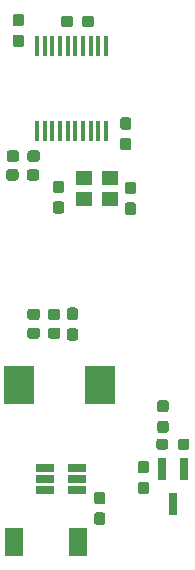
<source format=gbp>
G04 #@! TF.GenerationSoftware,KiCad,Pcbnew,(5.1.4)-1*
G04 #@! TF.CreationDate,2021-02-22T09:31:14+01:00*
G04 #@! TF.ProjectId,rgb_lcd_pihat,7267625f-6c63-4645-9f70-696861742e6b,rev?*
G04 #@! TF.SameCoordinates,Original*
G04 #@! TF.FileFunction,Paste,Bot*
G04 #@! TF.FilePolarity,Positive*
%FSLAX46Y46*%
G04 Gerber Fmt 4.6, Leading zero omitted, Abs format (unit mm)*
G04 Created by KiCad (PCBNEW (5.1.4)-1) date 2021-02-22 09:31:14*
%MOMM*%
%LPD*%
G04 APERTURE LIST*
%ADD10C,0.100000*%
%ADD11C,0.950000*%
%ADD12R,0.800000X1.900000*%
%ADD13R,1.400000X1.200000*%
%ADD14R,1.500000X2.400000*%
%ADD15R,0.450000X1.750000*%
%ADD16R,1.560000X0.650000*%
%ADD17R,2.500000X3.300000*%
G04 APERTURE END LIST*
D10*
G36*
X63010779Y-76601144D02*
G01*
X63033834Y-76604563D01*
X63056443Y-76610227D01*
X63078387Y-76618079D01*
X63099457Y-76628044D01*
X63119448Y-76640026D01*
X63138168Y-76653910D01*
X63155438Y-76669562D01*
X63171090Y-76686832D01*
X63184974Y-76705552D01*
X63196956Y-76725543D01*
X63206921Y-76746613D01*
X63214773Y-76768557D01*
X63220437Y-76791166D01*
X63223856Y-76814221D01*
X63225000Y-76837500D01*
X63225000Y-77412500D01*
X63223856Y-77435779D01*
X63220437Y-77458834D01*
X63214773Y-77481443D01*
X63206921Y-77503387D01*
X63196956Y-77524457D01*
X63184974Y-77544448D01*
X63171090Y-77563168D01*
X63155438Y-77580438D01*
X63138168Y-77596090D01*
X63119448Y-77609974D01*
X63099457Y-77621956D01*
X63078387Y-77631921D01*
X63056443Y-77639773D01*
X63033834Y-77645437D01*
X63010779Y-77648856D01*
X62987500Y-77650000D01*
X62512500Y-77650000D01*
X62489221Y-77648856D01*
X62466166Y-77645437D01*
X62443557Y-77639773D01*
X62421613Y-77631921D01*
X62400543Y-77621956D01*
X62380552Y-77609974D01*
X62361832Y-77596090D01*
X62344562Y-77580438D01*
X62328910Y-77563168D01*
X62315026Y-77544448D01*
X62303044Y-77524457D01*
X62293079Y-77503387D01*
X62285227Y-77481443D01*
X62279563Y-77458834D01*
X62276144Y-77435779D01*
X62275000Y-77412500D01*
X62275000Y-76837500D01*
X62276144Y-76814221D01*
X62279563Y-76791166D01*
X62285227Y-76768557D01*
X62293079Y-76746613D01*
X62303044Y-76725543D01*
X62315026Y-76705552D01*
X62328910Y-76686832D01*
X62344562Y-76669562D01*
X62361832Y-76653910D01*
X62380552Y-76640026D01*
X62400543Y-76628044D01*
X62421613Y-76618079D01*
X62443557Y-76610227D01*
X62466166Y-76604563D01*
X62489221Y-76601144D01*
X62512500Y-76600000D01*
X62987500Y-76600000D01*
X63010779Y-76601144D01*
X63010779Y-76601144D01*
G37*
D11*
X62750000Y-77125000D03*
D10*
G36*
X63010779Y-74851144D02*
G01*
X63033834Y-74854563D01*
X63056443Y-74860227D01*
X63078387Y-74868079D01*
X63099457Y-74878044D01*
X63119448Y-74890026D01*
X63138168Y-74903910D01*
X63155438Y-74919562D01*
X63171090Y-74936832D01*
X63184974Y-74955552D01*
X63196956Y-74975543D01*
X63206921Y-74996613D01*
X63214773Y-75018557D01*
X63220437Y-75041166D01*
X63223856Y-75064221D01*
X63225000Y-75087500D01*
X63225000Y-75662500D01*
X63223856Y-75685779D01*
X63220437Y-75708834D01*
X63214773Y-75731443D01*
X63206921Y-75753387D01*
X63196956Y-75774457D01*
X63184974Y-75794448D01*
X63171090Y-75813168D01*
X63155438Y-75830438D01*
X63138168Y-75846090D01*
X63119448Y-75859974D01*
X63099457Y-75871956D01*
X63078387Y-75881921D01*
X63056443Y-75889773D01*
X63033834Y-75895437D01*
X63010779Y-75898856D01*
X62987500Y-75900000D01*
X62512500Y-75900000D01*
X62489221Y-75898856D01*
X62466166Y-75895437D01*
X62443557Y-75889773D01*
X62421613Y-75881921D01*
X62400543Y-75871956D01*
X62380552Y-75859974D01*
X62361832Y-75846090D01*
X62344562Y-75830438D01*
X62328910Y-75813168D01*
X62315026Y-75794448D01*
X62303044Y-75774457D01*
X62293079Y-75753387D01*
X62285227Y-75731443D01*
X62279563Y-75708834D01*
X62276144Y-75685779D01*
X62275000Y-75662500D01*
X62275000Y-75087500D01*
X62276144Y-75064221D01*
X62279563Y-75041166D01*
X62285227Y-75018557D01*
X62293079Y-74996613D01*
X62303044Y-74975543D01*
X62315026Y-74955552D01*
X62328910Y-74936832D01*
X62344562Y-74919562D01*
X62361832Y-74903910D01*
X62380552Y-74890026D01*
X62400543Y-74878044D01*
X62421613Y-74868079D01*
X62443557Y-74860227D01*
X62466166Y-74854563D01*
X62489221Y-74851144D01*
X62512500Y-74850000D01*
X62987500Y-74850000D01*
X63010779Y-74851144D01*
X63010779Y-74851144D01*
G37*
D11*
X62750000Y-75375000D03*
D10*
G36*
X64785779Y-78126144D02*
G01*
X64808834Y-78129563D01*
X64831443Y-78135227D01*
X64853387Y-78143079D01*
X64874457Y-78153044D01*
X64894448Y-78165026D01*
X64913168Y-78178910D01*
X64930438Y-78194562D01*
X64946090Y-78211832D01*
X64959974Y-78230552D01*
X64971956Y-78250543D01*
X64981921Y-78271613D01*
X64989773Y-78293557D01*
X64995437Y-78316166D01*
X64998856Y-78339221D01*
X65000000Y-78362500D01*
X65000000Y-78837500D01*
X64998856Y-78860779D01*
X64995437Y-78883834D01*
X64989773Y-78906443D01*
X64981921Y-78928387D01*
X64971956Y-78949457D01*
X64959974Y-78969448D01*
X64946090Y-78988168D01*
X64930438Y-79005438D01*
X64913168Y-79021090D01*
X64894448Y-79034974D01*
X64874457Y-79046956D01*
X64853387Y-79056921D01*
X64831443Y-79064773D01*
X64808834Y-79070437D01*
X64785779Y-79073856D01*
X64762500Y-79075000D01*
X64262500Y-79075000D01*
X64239221Y-79073856D01*
X64216166Y-79070437D01*
X64193557Y-79064773D01*
X64171613Y-79056921D01*
X64150543Y-79046956D01*
X64130552Y-79034974D01*
X64111832Y-79021090D01*
X64094562Y-79005438D01*
X64078910Y-78988168D01*
X64065026Y-78969448D01*
X64053044Y-78949457D01*
X64043079Y-78928387D01*
X64035227Y-78906443D01*
X64029563Y-78883834D01*
X64026144Y-78860779D01*
X64025000Y-78837500D01*
X64025000Y-78362500D01*
X64026144Y-78339221D01*
X64029563Y-78316166D01*
X64035227Y-78293557D01*
X64043079Y-78271613D01*
X64053044Y-78250543D01*
X64065026Y-78230552D01*
X64078910Y-78211832D01*
X64094562Y-78194562D01*
X64111832Y-78178910D01*
X64130552Y-78165026D01*
X64150543Y-78153044D01*
X64171613Y-78143079D01*
X64193557Y-78135227D01*
X64216166Y-78129563D01*
X64239221Y-78126144D01*
X64262500Y-78125000D01*
X64762500Y-78125000D01*
X64785779Y-78126144D01*
X64785779Y-78126144D01*
G37*
D11*
X64512500Y-78600000D03*
D10*
G36*
X62960779Y-78126144D02*
G01*
X62983834Y-78129563D01*
X63006443Y-78135227D01*
X63028387Y-78143079D01*
X63049457Y-78153044D01*
X63069448Y-78165026D01*
X63088168Y-78178910D01*
X63105438Y-78194562D01*
X63121090Y-78211832D01*
X63134974Y-78230552D01*
X63146956Y-78250543D01*
X63156921Y-78271613D01*
X63164773Y-78293557D01*
X63170437Y-78316166D01*
X63173856Y-78339221D01*
X63175000Y-78362500D01*
X63175000Y-78837500D01*
X63173856Y-78860779D01*
X63170437Y-78883834D01*
X63164773Y-78906443D01*
X63156921Y-78928387D01*
X63146956Y-78949457D01*
X63134974Y-78969448D01*
X63121090Y-78988168D01*
X63105438Y-79005438D01*
X63088168Y-79021090D01*
X63069448Y-79034974D01*
X63049457Y-79046956D01*
X63028387Y-79056921D01*
X63006443Y-79064773D01*
X62983834Y-79070437D01*
X62960779Y-79073856D01*
X62937500Y-79075000D01*
X62437500Y-79075000D01*
X62414221Y-79073856D01*
X62391166Y-79070437D01*
X62368557Y-79064773D01*
X62346613Y-79056921D01*
X62325543Y-79046956D01*
X62305552Y-79034974D01*
X62286832Y-79021090D01*
X62269562Y-79005438D01*
X62253910Y-78988168D01*
X62240026Y-78969448D01*
X62228044Y-78949457D01*
X62218079Y-78928387D01*
X62210227Y-78906443D01*
X62204563Y-78883834D01*
X62201144Y-78860779D01*
X62200000Y-78837500D01*
X62200000Y-78362500D01*
X62201144Y-78339221D01*
X62204563Y-78316166D01*
X62210227Y-78293557D01*
X62218079Y-78271613D01*
X62228044Y-78250543D01*
X62240026Y-78230552D01*
X62253910Y-78211832D01*
X62269562Y-78194562D01*
X62286832Y-78178910D01*
X62305552Y-78165026D01*
X62325543Y-78153044D01*
X62346613Y-78143079D01*
X62368557Y-78135227D01*
X62391166Y-78129563D01*
X62414221Y-78126144D01*
X62437500Y-78125000D01*
X62937500Y-78125000D01*
X62960779Y-78126144D01*
X62960779Y-78126144D01*
G37*
D11*
X62687500Y-78600000D03*
D12*
X63600000Y-83700000D03*
X64550000Y-80700000D03*
X62650000Y-80700000D03*
D10*
G36*
X50760779Y-42176144D02*
G01*
X50783834Y-42179563D01*
X50806443Y-42185227D01*
X50828387Y-42193079D01*
X50849457Y-42203044D01*
X50869448Y-42215026D01*
X50888168Y-42228910D01*
X50905438Y-42244562D01*
X50921090Y-42261832D01*
X50934974Y-42280552D01*
X50946956Y-42300543D01*
X50956921Y-42321613D01*
X50964773Y-42343557D01*
X50970437Y-42366166D01*
X50973856Y-42389221D01*
X50975000Y-42412500D01*
X50975000Y-42987500D01*
X50973856Y-43010779D01*
X50970437Y-43033834D01*
X50964773Y-43056443D01*
X50956921Y-43078387D01*
X50946956Y-43099457D01*
X50934974Y-43119448D01*
X50921090Y-43138168D01*
X50905438Y-43155438D01*
X50888168Y-43171090D01*
X50869448Y-43184974D01*
X50849457Y-43196956D01*
X50828387Y-43206921D01*
X50806443Y-43214773D01*
X50783834Y-43220437D01*
X50760779Y-43223856D01*
X50737500Y-43225000D01*
X50262500Y-43225000D01*
X50239221Y-43223856D01*
X50216166Y-43220437D01*
X50193557Y-43214773D01*
X50171613Y-43206921D01*
X50150543Y-43196956D01*
X50130552Y-43184974D01*
X50111832Y-43171090D01*
X50094562Y-43155438D01*
X50078910Y-43138168D01*
X50065026Y-43119448D01*
X50053044Y-43099457D01*
X50043079Y-43078387D01*
X50035227Y-43056443D01*
X50029563Y-43033834D01*
X50026144Y-43010779D01*
X50025000Y-42987500D01*
X50025000Y-42412500D01*
X50026144Y-42389221D01*
X50029563Y-42366166D01*
X50035227Y-42343557D01*
X50043079Y-42321613D01*
X50053044Y-42300543D01*
X50065026Y-42280552D01*
X50078910Y-42261832D01*
X50094562Y-42244562D01*
X50111832Y-42228910D01*
X50130552Y-42215026D01*
X50150543Y-42203044D01*
X50171613Y-42193079D01*
X50193557Y-42185227D01*
X50216166Y-42179563D01*
X50239221Y-42176144D01*
X50262500Y-42175000D01*
X50737500Y-42175000D01*
X50760779Y-42176144D01*
X50760779Y-42176144D01*
G37*
D11*
X50500000Y-42700000D03*
D10*
G36*
X50760779Y-43926144D02*
G01*
X50783834Y-43929563D01*
X50806443Y-43935227D01*
X50828387Y-43943079D01*
X50849457Y-43953044D01*
X50869448Y-43965026D01*
X50888168Y-43978910D01*
X50905438Y-43994562D01*
X50921090Y-44011832D01*
X50934974Y-44030552D01*
X50946956Y-44050543D01*
X50956921Y-44071613D01*
X50964773Y-44093557D01*
X50970437Y-44116166D01*
X50973856Y-44139221D01*
X50975000Y-44162500D01*
X50975000Y-44737500D01*
X50973856Y-44760779D01*
X50970437Y-44783834D01*
X50964773Y-44806443D01*
X50956921Y-44828387D01*
X50946956Y-44849457D01*
X50934974Y-44869448D01*
X50921090Y-44888168D01*
X50905438Y-44905438D01*
X50888168Y-44921090D01*
X50869448Y-44934974D01*
X50849457Y-44946956D01*
X50828387Y-44956921D01*
X50806443Y-44964773D01*
X50783834Y-44970437D01*
X50760779Y-44973856D01*
X50737500Y-44975000D01*
X50262500Y-44975000D01*
X50239221Y-44973856D01*
X50216166Y-44970437D01*
X50193557Y-44964773D01*
X50171613Y-44956921D01*
X50150543Y-44946956D01*
X50130552Y-44934974D01*
X50111832Y-44921090D01*
X50094562Y-44905438D01*
X50078910Y-44888168D01*
X50065026Y-44869448D01*
X50053044Y-44849457D01*
X50043079Y-44828387D01*
X50035227Y-44806443D01*
X50029563Y-44783834D01*
X50026144Y-44760779D01*
X50025000Y-44737500D01*
X50025000Y-44162500D01*
X50026144Y-44139221D01*
X50029563Y-44116166D01*
X50035227Y-44093557D01*
X50043079Y-44071613D01*
X50053044Y-44050543D01*
X50065026Y-44030552D01*
X50078910Y-44011832D01*
X50094562Y-43994562D01*
X50111832Y-43978910D01*
X50130552Y-43965026D01*
X50150543Y-43953044D01*
X50171613Y-43943079D01*
X50193557Y-43935227D01*
X50216166Y-43929563D01*
X50239221Y-43926144D01*
X50262500Y-43925000D01*
X50737500Y-43925000D01*
X50760779Y-43926144D01*
X50760779Y-43926144D01*
G37*
D11*
X50500000Y-44450000D03*
D13*
X56100000Y-57800000D03*
X58300000Y-57800000D03*
X58300000Y-56100000D03*
X56100000Y-56100000D03*
D10*
G36*
X52110779Y-67126144D02*
G01*
X52133834Y-67129563D01*
X52156443Y-67135227D01*
X52178387Y-67143079D01*
X52199457Y-67153044D01*
X52219448Y-67165026D01*
X52238168Y-67178910D01*
X52255438Y-67194562D01*
X52271090Y-67211832D01*
X52284974Y-67230552D01*
X52296956Y-67250543D01*
X52306921Y-67271613D01*
X52314773Y-67293557D01*
X52320437Y-67316166D01*
X52323856Y-67339221D01*
X52325000Y-67362500D01*
X52325000Y-67837500D01*
X52323856Y-67860779D01*
X52320437Y-67883834D01*
X52314773Y-67906443D01*
X52306921Y-67928387D01*
X52296956Y-67949457D01*
X52284974Y-67969448D01*
X52271090Y-67988168D01*
X52255438Y-68005438D01*
X52238168Y-68021090D01*
X52219448Y-68034974D01*
X52199457Y-68046956D01*
X52178387Y-68056921D01*
X52156443Y-68064773D01*
X52133834Y-68070437D01*
X52110779Y-68073856D01*
X52087500Y-68075000D01*
X51512500Y-68075000D01*
X51489221Y-68073856D01*
X51466166Y-68070437D01*
X51443557Y-68064773D01*
X51421613Y-68056921D01*
X51400543Y-68046956D01*
X51380552Y-68034974D01*
X51361832Y-68021090D01*
X51344562Y-68005438D01*
X51328910Y-67988168D01*
X51315026Y-67969448D01*
X51303044Y-67949457D01*
X51293079Y-67928387D01*
X51285227Y-67906443D01*
X51279563Y-67883834D01*
X51276144Y-67860779D01*
X51275000Y-67837500D01*
X51275000Y-67362500D01*
X51276144Y-67339221D01*
X51279563Y-67316166D01*
X51285227Y-67293557D01*
X51293079Y-67271613D01*
X51303044Y-67250543D01*
X51315026Y-67230552D01*
X51328910Y-67211832D01*
X51344562Y-67194562D01*
X51361832Y-67178910D01*
X51380552Y-67165026D01*
X51400543Y-67153044D01*
X51421613Y-67143079D01*
X51443557Y-67135227D01*
X51466166Y-67129563D01*
X51489221Y-67126144D01*
X51512500Y-67125000D01*
X52087500Y-67125000D01*
X52110779Y-67126144D01*
X52110779Y-67126144D01*
G37*
D11*
X51800000Y-67600000D03*
D10*
G36*
X53860779Y-67126144D02*
G01*
X53883834Y-67129563D01*
X53906443Y-67135227D01*
X53928387Y-67143079D01*
X53949457Y-67153044D01*
X53969448Y-67165026D01*
X53988168Y-67178910D01*
X54005438Y-67194562D01*
X54021090Y-67211832D01*
X54034974Y-67230552D01*
X54046956Y-67250543D01*
X54056921Y-67271613D01*
X54064773Y-67293557D01*
X54070437Y-67316166D01*
X54073856Y-67339221D01*
X54075000Y-67362500D01*
X54075000Y-67837500D01*
X54073856Y-67860779D01*
X54070437Y-67883834D01*
X54064773Y-67906443D01*
X54056921Y-67928387D01*
X54046956Y-67949457D01*
X54034974Y-67969448D01*
X54021090Y-67988168D01*
X54005438Y-68005438D01*
X53988168Y-68021090D01*
X53969448Y-68034974D01*
X53949457Y-68046956D01*
X53928387Y-68056921D01*
X53906443Y-68064773D01*
X53883834Y-68070437D01*
X53860779Y-68073856D01*
X53837500Y-68075000D01*
X53262500Y-68075000D01*
X53239221Y-68073856D01*
X53216166Y-68070437D01*
X53193557Y-68064773D01*
X53171613Y-68056921D01*
X53150543Y-68046956D01*
X53130552Y-68034974D01*
X53111832Y-68021090D01*
X53094562Y-68005438D01*
X53078910Y-67988168D01*
X53065026Y-67969448D01*
X53053044Y-67949457D01*
X53043079Y-67928387D01*
X53035227Y-67906443D01*
X53029563Y-67883834D01*
X53026144Y-67860779D01*
X53025000Y-67837500D01*
X53025000Y-67362500D01*
X53026144Y-67339221D01*
X53029563Y-67316166D01*
X53035227Y-67293557D01*
X53043079Y-67271613D01*
X53053044Y-67250543D01*
X53065026Y-67230552D01*
X53078910Y-67211832D01*
X53094562Y-67194562D01*
X53111832Y-67178910D01*
X53130552Y-67165026D01*
X53150543Y-67153044D01*
X53171613Y-67143079D01*
X53193557Y-67135227D01*
X53216166Y-67129563D01*
X53239221Y-67126144D01*
X53262500Y-67125000D01*
X53837500Y-67125000D01*
X53860779Y-67126144D01*
X53860779Y-67126144D01*
G37*
D11*
X53550000Y-67600000D03*
D10*
G36*
X54160779Y-58026144D02*
G01*
X54183834Y-58029563D01*
X54206443Y-58035227D01*
X54228387Y-58043079D01*
X54249457Y-58053044D01*
X54269448Y-58065026D01*
X54288168Y-58078910D01*
X54305438Y-58094562D01*
X54321090Y-58111832D01*
X54334974Y-58130552D01*
X54346956Y-58150543D01*
X54356921Y-58171613D01*
X54364773Y-58193557D01*
X54370437Y-58216166D01*
X54373856Y-58239221D01*
X54375000Y-58262500D01*
X54375000Y-58837500D01*
X54373856Y-58860779D01*
X54370437Y-58883834D01*
X54364773Y-58906443D01*
X54356921Y-58928387D01*
X54346956Y-58949457D01*
X54334974Y-58969448D01*
X54321090Y-58988168D01*
X54305438Y-59005438D01*
X54288168Y-59021090D01*
X54269448Y-59034974D01*
X54249457Y-59046956D01*
X54228387Y-59056921D01*
X54206443Y-59064773D01*
X54183834Y-59070437D01*
X54160779Y-59073856D01*
X54137500Y-59075000D01*
X53662500Y-59075000D01*
X53639221Y-59073856D01*
X53616166Y-59070437D01*
X53593557Y-59064773D01*
X53571613Y-59056921D01*
X53550543Y-59046956D01*
X53530552Y-59034974D01*
X53511832Y-59021090D01*
X53494562Y-59005438D01*
X53478910Y-58988168D01*
X53465026Y-58969448D01*
X53453044Y-58949457D01*
X53443079Y-58928387D01*
X53435227Y-58906443D01*
X53429563Y-58883834D01*
X53426144Y-58860779D01*
X53425000Y-58837500D01*
X53425000Y-58262500D01*
X53426144Y-58239221D01*
X53429563Y-58216166D01*
X53435227Y-58193557D01*
X53443079Y-58171613D01*
X53453044Y-58150543D01*
X53465026Y-58130552D01*
X53478910Y-58111832D01*
X53494562Y-58094562D01*
X53511832Y-58078910D01*
X53530552Y-58065026D01*
X53550543Y-58053044D01*
X53571613Y-58043079D01*
X53593557Y-58035227D01*
X53616166Y-58029563D01*
X53639221Y-58026144D01*
X53662500Y-58025000D01*
X54137500Y-58025000D01*
X54160779Y-58026144D01*
X54160779Y-58026144D01*
G37*
D11*
X53900000Y-58550000D03*
D10*
G36*
X54160779Y-56276144D02*
G01*
X54183834Y-56279563D01*
X54206443Y-56285227D01*
X54228387Y-56293079D01*
X54249457Y-56303044D01*
X54269448Y-56315026D01*
X54288168Y-56328910D01*
X54305438Y-56344562D01*
X54321090Y-56361832D01*
X54334974Y-56380552D01*
X54346956Y-56400543D01*
X54356921Y-56421613D01*
X54364773Y-56443557D01*
X54370437Y-56466166D01*
X54373856Y-56489221D01*
X54375000Y-56512500D01*
X54375000Y-57087500D01*
X54373856Y-57110779D01*
X54370437Y-57133834D01*
X54364773Y-57156443D01*
X54356921Y-57178387D01*
X54346956Y-57199457D01*
X54334974Y-57219448D01*
X54321090Y-57238168D01*
X54305438Y-57255438D01*
X54288168Y-57271090D01*
X54269448Y-57284974D01*
X54249457Y-57296956D01*
X54228387Y-57306921D01*
X54206443Y-57314773D01*
X54183834Y-57320437D01*
X54160779Y-57323856D01*
X54137500Y-57325000D01*
X53662500Y-57325000D01*
X53639221Y-57323856D01*
X53616166Y-57320437D01*
X53593557Y-57314773D01*
X53571613Y-57306921D01*
X53550543Y-57296956D01*
X53530552Y-57284974D01*
X53511832Y-57271090D01*
X53494562Y-57255438D01*
X53478910Y-57238168D01*
X53465026Y-57219448D01*
X53453044Y-57199457D01*
X53443079Y-57178387D01*
X53435227Y-57156443D01*
X53429563Y-57133834D01*
X53426144Y-57110779D01*
X53425000Y-57087500D01*
X53425000Y-56512500D01*
X53426144Y-56489221D01*
X53429563Y-56466166D01*
X53435227Y-56443557D01*
X53443079Y-56421613D01*
X53453044Y-56400543D01*
X53465026Y-56380552D01*
X53478910Y-56361832D01*
X53494562Y-56344562D01*
X53511832Y-56328910D01*
X53530552Y-56315026D01*
X53550543Y-56303044D01*
X53571613Y-56293079D01*
X53593557Y-56285227D01*
X53616166Y-56279563D01*
X53639221Y-56276144D01*
X53662500Y-56275000D01*
X54137500Y-56275000D01*
X54160779Y-56276144D01*
X54160779Y-56276144D01*
G37*
D11*
X53900000Y-56800000D03*
D10*
G36*
X60260779Y-58126144D02*
G01*
X60283834Y-58129563D01*
X60306443Y-58135227D01*
X60328387Y-58143079D01*
X60349457Y-58153044D01*
X60369448Y-58165026D01*
X60388168Y-58178910D01*
X60405438Y-58194562D01*
X60421090Y-58211832D01*
X60434974Y-58230552D01*
X60446956Y-58250543D01*
X60456921Y-58271613D01*
X60464773Y-58293557D01*
X60470437Y-58316166D01*
X60473856Y-58339221D01*
X60475000Y-58362500D01*
X60475000Y-58937500D01*
X60473856Y-58960779D01*
X60470437Y-58983834D01*
X60464773Y-59006443D01*
X60456921Y-59028387D01*
X60446956Y-59049457D01*
X60434974Y-59069448D01*
X60421090Y-59088168D01*
X60405438Y-59105438D01*
X60388168Y-59121090D01*
X60369448Y-59134974D01*
X60349457Y-59146956D01*
X60328387Y-59156921D01*
X60306443Y-59164773D01*
X60283834Y-59170437D01*
X60260779Y-59173856D01*
X60237500Y-59175000D01*
X59762500Y-59175000D01*
X59739221Y-59173856D01*
X59716166Y-59170437D01*
X59693557Y-59164773D01*
X59671613Y-59156921D01*
X59650543Y-59146956D01*
X59630552Y-59134974D01*
X59611832Y-59121090D01*
X59594562Y-59105438D01*
X59578910Y-59088168D01*
X59565026Y-59069448D01*
X59553044Y-59049457D01*
X59543079Y-59028387D01*
X59535227Y-59006443D01*
X59529563Y-58983834D01*
X59526144Y-58960779D01*
X59525000Y-58937500D01*
X59525000Y-58362500D01*
X59526144Y-58339221D01*
X59529563Y-58316166D01*
X59535227Y-58293557D01*
X59543079Y-58271613D01*
X59553044Y-58250543D01*
X59565026Y-58230552D01*
X59578910Y-58211832D01*
X59594562Y-58194562D01*
X59611832Y-58178910D01*
X59630552Y-58165026D01*
X59650543Y-58153044D01*
X59671613Y-58143079D01*
X59693557Y-58135227D01*
X59716166Y-58129563D01*
X59739221Y-58126144D01*
X59762500Y-58125000D01*
X60237500Y-58125000D01*
X60260779Y-58126144D01*
X60260779Y-58126144D01*
G37*
D11*
X60000000Y-58650000D03*
D10*
G36*
X60260779Y-56376144D02*
G01*
X60283834Y-56379563D01*
X60306443Y-56385227D01*
X60328387Y-56393079D01*
X60349457Y-56403044D01*
X60369448Y-56415026D01*
X60388168Y-56428910D01*
X60405438Y-56444562D01*
X60421090Y-56461832D01*
X60434974Y-56480552D01*
X60446956Y-56500543D01*
X60456921Y-56521613D01*
X60464773Y-56543557D01*
X60470437Y-56566166D01*
X60473856Y-56589221D01*
X60475000Y-56612500D01*
X60475000Y-57187500D01*
X60473856Y-57210779D01*
X60470437Y-57233834D01*
X60464773Y-57256443D01*
X60456921Y-57278387D01*
X60446956Y-57299457D01*
X60434974Y-57319448D01*
X60421090Y-57338168D01*
X60405438Y-57355438D01*
X60388168Y-57371090D01*
X60369448Y-57384974D01*
X60349457Y-57396956D01*
X60328387Y-57406921D01*
X60306443Y-57414773D01*
X60283834Y-57420437D01*
X60260779Y-57423856D01*
X60237500Y-57425000D01*
X59762500Y-57425000D01*
X59739221Y-57423856D01*
X59716166Y-57420437D01*
X59693557Y-57414773D01*
X59671613Y-57406921D01*
X59650543Y-57396956D01*
X59630552Y-57384974D01*
X59611832Y-57371090D01*
X59594562Y-57355438D01*
X59578910Y-57338168D01*
X59565026Y-57319448D01*
X59553044Y-57299457D01*
X59543079Y-57278387D01*
X59535227Y-57256443D01*
X59529563Y-57233834D01*
X59526144Y-57210779D01*
X59525000Y-57187500D01*
X59525000Y-56612500D01*
X59526144Y-56589221D01*
X59529563Y-56566166D01*
X59535227Y-56543557D01*
X59543079Y-56521613D01*
X59553044Y-56500543D01*
X59565026Y-56480552D01*
X59578910Y-56461832D01*
X59594562Y-56444562D01*
X59611832Y-56428910D01*
X59630552Y-56415026D01*
X59650543Y-56403044D01*
X59671613Y-56393079D01*
X59693557Y-56385227D01*
X59716166Y-56379563D01*
X59739221Y-56376144D01*
X59762500Y-56375000D01*
X60237500Y-56375000D01*
X60260779Y-56376144D01*
X60260779Y-56376144D01*
G37*
D11*
X60000000Y-56900000D03*
D10*
G36*
X54960779Y-42326144D02*
G01*
X54983834Y-42329563D01*
X55006443Y-42335227D01*
X55028387Y-42343079D01*
X55049457Y-42353044D01*
X55069448Y-42365026D01*
X55088168Y-42378910D01*
X55105438Y-42394562D01*
X55121090Y-42411832D01*
X55134974Y-42430552D01*
X55146956Y-42450543D01*
X55156921Y-42471613D01*
X55164773Y-42493557D01*
X55170437Y-42516166D01*
X55173856Y-42539221D01*
X55175000Y-42562500D01*
X55175000Y-43037500D01*
X55173856Y-43060779D01*
X55170437Y-43083834D01*
X55164773Y-43106443D01*
X55156921Y-43128387D01*
X55146956Y-43149457D01*
X55134974Y-43169448D01*
X55121090Y-43188168D01*
X55105438Y-43205438D01*
X55088168Y-43221090D01*
X55069448Y-43234974D01*
X55049457Y-43246956D01*
X55028387Y-43256921D01*
X55006443Y-43264773D01*
X54983834Y-43270437D01*
X54960779Y-43273856D01*
X54937500Y-43275000D01*
X54362500Y-43275000D01*
X54339221Y-43273856D01*
X54316166Y-43270437D01*
X54293557Y-43264773D01*
X54271613Y-43256921D01*
X54250543Y-43246956D01*
X54230552Y-43234974D01*
X54211832Y-43221090D01*
X54194562Y-43205438D01*
X54178910Y-43188168D01*
X54165026Y-43169448D01*
X54153044Y-43149457D01*
X54143079Y-43128387D01*
X54135227Y-43106443D01*
X54129563Y-43083834D01*
X54126144Y-43060779D01*
X54125000Y-43037500D01*
X54125000Y-42562500D01*
X54126144Y-42539221D01*
X54129563Y-42516166D01*
X54135227Y-42493557D01*
X54143079Y-42471613D01*
X54153044Y-42450543D01*
X54165026Y-42430552D01*
X54178910Y-42411832D01*
X54194562Y-42394562D01*
X54211832Y-42378910D01*
X54230552Y-42365026D01*
X54250543Y-42353044D01*
X54271613Y-42343079D01*
X54293557Y-42335227D01*
X54316166Y-42329563D01*
X54339221Y-42326144D01*
X54362500Y-42325000D01*
X54937500Y-42325000D01*
X54960779Y-42326144D01*
X54960779Y-42326144D01*
G37*
D11*
X54650000Y-42800000D03*
D10*
G36*
X56710779Y-42326144D02*
G01*
X56733834Y-42329563D01*
X56756443Y-42335227D01*
X56778387Y-42343079D01*
X56799457Y-42353044D01*
X56819448Y-42365026D01*
X56838168Y-42378910D01*
X56855438Y-42394562D01*
X56871090Y-42411832D01*
X56884974Y-42430552D01*
X56896956Y-42450543D01*
X56906921Y-42471613D01*
X56914773Y-42493557D01*
X56920437Y-42516166D01*
X56923856Y-42539221D01*
X56925000Y-42562500D01*
X56925000Y-43037500D01*
X56923856Y-43060779D01*
X56920437Y-43083834D01*
X56914773Y-43106443D01*
X56906921Y-43128387D01*
X56896956Y-43149457D01*
X56884974Y-43169448D01*
X56871090Y-43188168D01*
X56855438Y-43205438D01*
X56838168Y-43221090D01*
X56819448Y-43234974D01*
X56799457Y-43246956D01*
X56778387Y-43256921D01*
X56756443Y-43264773D01*
X56733834Y-43270437D01*
X56710779Y-43273856D01*
X56687500Y-43275000D01*
X56112500Y-43275000D01*
X56089221Y-43273856D01*
X56066166Y-43270437D01*
X56043557Y-43264773D01*
X56021613Y-43256921D01*
X56000543Y-43246956D01*
X55980552Y-43234974D01*
X55961832Y-43221090D01*
X55944562Y-43205438D01*
X55928910Y-43188168D01*
X55915026Y-43169448D01*
X55903044Y-43149457D01*
X55893079Y-43128387D01*
X55885227Y-43106443D01*
X55879563Y-43083834D01*
X55876144Y-43060779D01*
X55875000Y-43037500D01*
X55875000Y-42562500D01*
X55876144Y-42539221D01*
X55879563Y-42516166D01*
X55885227Y-42493557D01*
X55893079Y-42471613D01*
X55903044Y-42450543D01*
X55915026Y-42430552D01*
X55928910Y-42411832D01*
X55944562Y-42394562D01*
X55961832Y-42378910D01*
X55980552Y-42365026D01*
X56000543Y-42353044D01*
X56021613Y-42343079D01*
X56043557Y-42335227D01*
X56066166Y-42329563D01*
X56089221Y-42326144D01*
X56112500Y-42325000D01*
X56687500Y-42325000D01*
X56710779Y-42326144D01*
X56710779Y-42326144D01*
G37*
D11*
X56400000Y-42800000D03*
D10*
G36*
X57660779Y-82626144D02*
G01*
X57683834Y-82629563D01*
X57706443Y-82635227D01*
X57728387Y-82643079D01*
X57749457Y-82653044D01*
X57769448Y-82665026D01*
X57788168Y-82678910D01*
X57805438Y-82694562D01*
X57821090Y-82711832D01*
X57834974Y-82730552D01*
X57846956Y-82750543D01*
X57856921Y-82771613D01*
X57864773Y-82793557D01*
X57870437Y-82816166D01*
X57873856Y-82839221D01*
X57875000Y-82862500D01*
X57875000Y-83437500D01*
X57873856Y-83460779D01*
X57870437Y-83483834D01*
X57864773Y-83506443D01*
X57856921Y-83528387D01*
X57846956Y-83549457D01*
X57834974Y-83569448D01*
X57821090Y-83588168D01*
X57805438Y-83605438D01*
X57788168Y-83621090D01*
X57769448Y-83634974D01*
X57749457Y-83646956D01*
X57728387Y-83656921D01*
X57706443Y-83664773D01*
X57683834Y-83670437D01*
X57660779Y-83673856D01*
X57637500Y-83675000D01*
X57162500Y-83675000D01*
X57139221Y-83673856D01*
X57116166Y-83670437D01*
X57093557Y-83664773D01*
X57071613Y-83656921D01*
X57050543Y-83646956D01*
X57030552Y-83634974D01*
X57011832Y-83621090D01*
X56994562Y-83605438D01*
X56978910Y-83588168D01*
X56965026Y-83569448D01*
X56953044Y-83549457D01*
X56943079Y-83528387D01*
X56935227Y-83506443D01*
X56929563Y-83483834D01*
X56926144Y-83460779D01*
X56925000Y-83437500D01*
X56925000Y-82862500D01*
X56926144Y-82839221D01*
X56929563Y-82816166D01*
X56935227Y-82793557D01*
X56943079Y-82771613D01*
X56953044Y-82750543D01*
X56965026Y-82730552D01*
X56978910Y-82711832D01*
X56994562Y-82694562D01*
X57011832Y-82678910D01*
X57030552Y-82665026D01*
X57050543Y-82653044D01*
X57071613Y-82643079D01*
X57093557Y-82635227D01*
X57116166Y-82629563D01*
X57139221Y-82626144D01*
X57162500Y-82625000D01*
X57637500Y-82625000D01*
X57660779Y-82626144D01*
X57660779Y-82626144D01*
G37*
D11*
X57400000Y-83150000D03*
D10*
G36*
X57660779Y-84376144D02*
G01*
X57683834Y-84379563D01*
X57706443Y-84385227D01*
X57728387Y-84393079D01*
X57749457Y-84403044D01*
X57769448Y-84415026D01*
X57788168Y-84428910D01*
X57805438Y-84444562D01*
X57821090Y-84461832D01*
X57834974Y-84480552D01*
X57846956Y-84500543D01*
X57856921Y-84521613D01*
X57864773Y-84543557D01*
X57870437Y-84566166D01*
X57873856Y-84589221D01*
X57875000Y-84612500D01*
X57875000Y-85187500D01*
X57873856Y-85210779D01*
X57870437Y-85233834D01*
X57864773Y-85256443D01*
X57856921Y-85278387D01*
X57846956Y-85299457D01*
X57834974Y-85319448D01*
X57821090Y-85338168D01*
X57805438Y-85355438D01*
X57788168Y-85371090D01*
X57769448Y-85384974D01*
X57749457Y-85396956D01*
X57728387Y-85406921D01*
X57706443Y-85414773D01*
X57683834Y-85420437D01*
X57660779Y-85423856D01*
X57637500Y-85425000D01*
X57162500Y-85425000D01*
X57139221Y-85423856D01*
X57116166Y-85420437D01*
X57093557Y-85414773D01*
X57071613Y-85406921D01*
X57050543Y-85396956D01*
X57030552Y-85384974D01*
X57011832Y-85371090D01*
X56994562Y-85355438D01*
X56978910Y-85338168D01*
X56965026Y-85319448D01*
X56953044Y-85299457D01*
X56943079Y-85278387D01*
X56935227Y-85256443D01*
X56929563Y-85233834D01*
X56926144Y-85210779D01*
X56925000Y-85187500D01*
X56925000Y-84612500D01*
X56926144Y-84589221D01*
X56929563Y-84566166D01*
X56935227Y-84543557D01*
X56943079Y-84521613D01*
X56953044Y-84500543D01*
X56965026Y-84480552D01*
X56978910Y-84461832D01*
X56994562Y-84444562D01*
X57011832Y-84428910D01*
X57030552Y-84415026D01*
X57050543Y-84403044D01*
X57071613Y-84393079D01*
X57093557Y-84385227D01*
X57116166Y-84379563D01*
X57139221Y-84376144D01*
X57162500Y-84375000D01*
X57637500Y-84375000D01*
X57660779Y-84376144D01*
X57660779Y-84376144D01*
G37*
D11*
X57400000Y-84900000D03*
D10*
G36*
X61360779Y-81776144D02*
G01*
X61383834Y-81779563D01*
X61406443Y-81785227D01*
X61428387Y-81793079D01*
X61449457Y-81803044D01*
X61469448Y-81815026D01*
X61488168Y-81828910D01*
X61505438Y-81844562D01*
X61521090Y-81861832D01*
X61534974Y-81880552D01*
X61546956Y-81900543D01*
X61556921Y-81921613D01*
X61564773Y-81943557D01*
X61570437Y-81966166D01*
X61573856Y-81989221D01*
X61575000Y-82012500D01*
X61575000Y-82587500D01*
X61573856Y-82610779D01*
X61570437Y-82633834D01*
X61564773Y-82656443D01*
X61556921Y-82678387D01*
X61546956Y-82699457D01*
X61534974Y-82719448D01*
X61521090Y-82738168D01*
X61505438Y-82755438D01*
X61488168Y-82771090D01*
X61469448Y-82784974D01*
X61449457Y-82796956D01*
X61428387Y-82806921D01*
X61406443Y-82814773D01*
X61383834Y-82820437D01*
X61360779Y-82823856D01*
X61337500Y-82825000D01*
X60862500Y-82825000D01*
X60839221Y-82823856D01*
X60816166Y-82820437D01*
X60793557Y-82814773D01*
X60771613Y-82806921D01*
X60750543Y-82796956D01*
X60730552Y-82784974D01*
X60711832Y-82771090D01*
X60694562Y-82755438D01*
X60678910Y-82738168D01*
X60665026Y-82719448D01*
X60653044Y-82699457D01*
X60643079Y-82678387D01*
X60635227Y-82656443D01*
X60629563Y-82633834D01*
X60626144Y-82610779D01*
X60625000Y-82587500D01*
X60625000Y-82012500D01*
X60626144Y-81989221D01*
X60629563Y-81966166D01*
X60635227Y-81943557D01*
X60643079Y-81921613D01*
X60653044Y-81900543D01*
X60665026Y-81880552D01*
X60678910Y-81861832D01*
X60694562Y-81844562D01*
X60711832Y-81828910D01*
X60730552Y-81815026D01*
X60750543Y-81803044D01*
X60771613Y-81793079D01*
X60793557Y-81785227D01*
X60816166Y-81779563D01*
X60839221Y-81776144D01*
X60862500Y-81775000D01*
X61337500Y-81775000D01*
X61360779Y-81776144D01*
X61360779Y-81776144D01*
G37*
D11*
X61100000Y-82300000D03*
D10*
G36*
X61360779Y-80026144D02*
G01*
X61383834Y-80029563D01*
X61406443Y-80035227D01*
X61428387Y-80043079D01*
X61449457Y-80053044D01*
X61469448Y-80065026D01*
X61488168Y-80078910D01*
X61505438Y-80094562D01*
X61521090Y-80111832D01*
X61534974Y-80130552D01*
X61546956Y-80150543D01*
X61556921Y-80171613D01*
X61564773Y-80193557D01*
X61570437Y-80216166D01*
X61573856Y-80239221D01*
X61575000Y-80262500D01*
X61575000Y-80837500D01*
X61573856Y-80860779D01*
X61570437Y-80883834D01*
X61564773Y-80906443D01*
X61556921Y-80928387D01*
X61546956Y-80949457D01*
X61534974Y-80969448D01*
X61521090Y-80988168D01*
X61505438Y-81005438D01*
X61488168Y-81021090D01*
X61469448Y-81034974D01*
X61449457Y-81046956D01*
X61428387Y-81056921D01*
X61406443Y-81064773D01*
X61383834Y-81070437D01*
X61360779Y-81073856D01*
X61337500Y-81075000D01*
X60862500Y-81075000D01*
X60839221Y-81073856D01*
X60816166Y-81070437D01*
X60793557Y-81064773D01*
X60771613Y-81056921D01*
X60750543Y-81046956D01*
X60730552Y-81034974D01*
X60711832Y-81021090D01*
X60694562Y-81005438D01*
X60678910Y-80988168D01*
X60665026Y-80969448D01*
X60653044Y-80949457D01*
X60643079Y-80928387D01*
X60635227Y-80906443D01*
X60629563Y-80883834D01*
X60626144Y-80860779D01*
X60625000Y-80837500D01*
X60625000Y-80262500D01*
X60626144Y-80239221D01*
X60629563Y-80216166D01*
X60635227Y-80193557D01*
X60643079Y-80171613D01*
X60653044Y-80150543D01*
X60665026Y-80130552D01*
X60678910Y-80111832D01*
X60694562Y-80094562D01*
X60711832Y-80078910D01*
X60730552Y-80065026D01*
X60750543Y-80053044D01*
X60771613Y-80043079D01*
X60793557Y-80035227D01*
X60816166Y-80029563D01*
X60839221Y-80026144D01*
X60862500Y-80025000D01*
X61337500Y-80025000D01*
X61360779Y-80026144D01*
X61360779Y-80026144D01*
G37*
D11*
X61100000Y-80550000D03*
D10*
G36*
X52110779Y-53726144D02*
G01*
X52133834Y-53729563D01*
X52156443Y-53735227D01*
X52178387Y-53743079D01*
X52199457Y-53753044D01*
X52219448Y-53765026D01*
X52238168Y-53778910D01*
X52255438Y-53794562D01*
X52271090Y-53811832D01*
X52284974Y-53830552D01*
X52296956Y-53850543D01*
X52306921Y-53871613D01*
X52314773Y-53893557D01*
X52320437Y-53916166D01*
X52323856Y-53939221D01*
X52325000Y-53962500D01*
X52325000Y-54437500D01*
X52323856Y-54460779D01*
X52320437Y-54483834D01*
X52314773Y-54506443D01*
X52306921Y-54528387D01*
X52296956Y-54549457D01*
X52284974Y-54569448D01*
X52271090Y-54588168D01*
X52255438Y-54605438D01*
X52238168Y-54621090D01*
X52219448Y-54634974D01*
X52199457Y-54646956D01*
X52178387Y-54656921D01*
X52156443Y-54664773D01*
X52133834Y-54670437D01*
X52110779Y-54673856D01*
X52087500Y-54675000D01*
X51512500Y-54675000D01*
X51489221Y-54673856D01*
X51466166Y-54670437D01*
X51443557Y-54664773D01*
X51421613Y-54656921D01*
X51400543Y-54646956D01*
X51380552Y-54634974D01*
X51361832Y-54621090D01*
X51344562Y-54605438D01*
X51328910Y-54588168D01*
X51315026Y-54569448D01*
X51303044Y-54549457D01*
X51293079Y-54528387D01*
X51285227Y-54506443D01*
X51279563Y-54483834D01*
X51276144Y-54460779D01*
X51275000Y-54437500D01*
X51275000Y-53962500D01*
X51276144Y-53939221D01*
X51279563Y-53916166D01*
X51285227Y-53893557D01*
X51293079Y-53871613D01*
X51303044Y-53850543D01*
X51315026Y-53830552D01*
X51328910Y-53811832D01*
X51344562Y-53794562D01*
X51361832Y-53778910D01*
X51380552Y-53765026D01*
X51400543Y-53753044D01*
X51421613Y-53743079D01*
X51443557Y-53735227D01*
X51466166Y-53729563D01*
X51489221Y-53726144D01*
X51512500Y-53725000D01*
X52087500Y-53725000D01*
X52110779Y-53726144D01*
X52110779Y-53726144D01*
G37*
D11*
X51800000Y-54200000D03*
D10*
G36*
X50360779Y-53726144D02*
G01*
X50383834Y-53729563D01*
X50406443Y-53735227D01*
X50428387Y-53743079D01*
X50449457Y-53753044D01*
X50469448Y-53765026D01*
X50488168Y-53778910D01*
X50505438Y-53794562D01*
X50521090Y-53811832D01*
X50534974Y-53830552D01*
X50546956Y-53850543D01*
X50556921Y-53871613D01*
X50564773Y-53893557D01*
X50570437Y-53916166D01*
X50573856Y-53939221D01*
X50575000Y-53962500D01*
X50575000Y-54437500D01*
X50573856Y-54460779D01*
X50570437Y-54483834D01*
X50564773Y-54506443D01*
X50556921Y-54528387D01*
X50546956Y-54549457D01*
X50534974Y-54569448D01*
X50521090Y-54588168D01*
X50505438Y-54605438D01*
X50488168Y-54621090D01*
X50469448Y-54634974D01*
X50449457Y-54646956D01*
X50428387Y-54656921D01*
X50406443Y-54664773D01*
X50383834Y-54670437D01*
X50360779Y-54673856D01*
X50337500Y-54675000D01*
X49762500Y-54675000D01*
X49739221Y-54673856D01*
X49716166Y-54670437D01*
X49693557Y-54664773D01*
X49671613Y-54656921D01*
X49650543Y-54646956D01*
X49630552Y-54634974D01*
X49611832Y-54621090D01*
X49594562Y-54605438D01*
X49578910Y-54588168D01*
X49565026Y-54569448D01*
X49553044Y-54549457D01*
X49543079Y-54528387D01*
X49535227Y-54506443D01*
X49529563Y-54483834D01*
X49526144Y-54460779D01*
X49525000Y-54437500D01*
X49525000Y-53962500D01*
X49526144Y-53939221D01*
X49529563Y-53916166D01*
X49535227Y-53893557D01*
X49543079Y-53871613D01*
X49553044Y-53850543D01*
X49565026Y-53830552D01*
X49578910Y-53811832D01*
X49594562Y-53794562D01*
X49611832Y-53778910D01*
X49630552Y-53765026D01*
X49650543Y-53753044D01*
X49671613Y-53743079D01*
X49693557Y-53735227D01*
X49716166Y-53729563D01*
X49739221Y-53726144D01*
X49762500Y-53725000D01*
X50337500Y-53725000D01*
X50360779Y-53726144D01*
X50360779Y-53726144D01*
G37*
D11*
X50050000Y-54200000D03*
D14*
X55600000Y-86900000D03*
X50100000Y-86900000D03*
D10*
G36*
X50310779Y-55326144D02*
G01*
X50333834Y-55329563D01*
X50356443Y-55335227D01*
X50378387Y-55343079D01*
X50399457Y-55353044D01*
X50419448Y-55365026D01*
X50438168Y-55378910D01*
X50455438Y-55394562D01*
X50471090Y-55411832D01*
X50484974Y-55430552D01*
X50496956Y-55450543D01*
X50506921Y-55471613D01*
X50514773Y-55493557D01*
X50520437Y-55516166D01*
X50523856Y-55539221D01*
X50525000Y-55562500D01*
X50525000Y-56037500D01*
X50523856Y-56060779D01*
X50520437Y-56083834D01*
X50514773Y-56106443D01*
X50506921Y-56128387D01*
X50496956Y-56149457D01*
X50484974Y-56169448D01*
X50471090Y-56188168D01*
X50455438Y-56205438D01*
X50438168Y-56221090D01*
X50419448Y-56234974D01*
X50399457Y-56246956D01*
X50378387Y-56256921D01*
X50356443Y-56264773D01*
X50333834Y-56270437D01*
X50310779Y-56273856D01*
X50287500Y-56275000D01*
X49712500Y-56275000D01*
X49689221Y-56273856D01*
X49666166Y-56270437D01*
X49643557Y-56264773D01*
X49621613Y-56256921D01*
X49600543Y-56246956D01*
X49580552Y-56234974D01*
X49561832Y-56221090D01*
X49544562Y-56205438D01*
X49528910Y-56188168D01*
X49515026Y-56169448D01*
X49503044Y-56149457D01*
X49493079Y-56128387D01*
X49485227Y-56106443D01*
X49479563Y-56083834D01*
X49476144Y-56060779D01*
X49475000Y-56037500D01*
X49475000Y-55562500D01*
X49476144Y-55539221D01*
X49479563Y-55516166D01*
X49485227Y-55493557D01*
X49493079Y-55471613D01*
X49503044Y-55450543D01*
X49515026Y-55430552D01*
X49528910Y-55411832D01*
X49544562Y-55394562D01*
X49561832Y-55378910D01*
X49580552Y-55365026D01*
X49600543Y-55353044D01*
X49621613Y-55343079D01*
X49643557Y-55335227D01*
X49666166Y-55329563D01*
X49689221Y-55326144D01*
X49712500Y-55325000D01*
X50287500Y-55325000D01*
X50310779Y-55326144D01*
X50310779Y-55326144D01*
G37*
D11*
X50000000Y-55800000D03*
D10*
G36*
X52060779Y-55326144D02*
G01*
X52083834Y-55329563D01*
X52106443Y-55335227D01*
X52128387Y-55343079D01*
X52149457Y-55353044D01*
X52169448Y-55365026D01*
X52188168Y-55378910D01*
X52205438Y-55394562D01*
X52221090Y-55411832D01*
X52234974Y-55430552D01*
X52246956Y-55450543D01*
X52256921Y-55471613D01*
X52264773Y-55493557D01*
X52270437Y-55516166D01*
X52273856Y-55539221D01*
X52275000Y-55562500D01*
X52275000Y-56037500D01*
X52273856Y-56060779D01*
X52270437Y-56083834D01*
X52264773Y-56106443D01*
X52256921Y-56128387D01*
X52246956Y-56149457D01*
X52234974Y-56169448D01*
X52221090Y-56188168D01*
X52205438Y-56205438D01*
X52188168Y-56221090D01*
X52169448Y-56234974D01*
X52149457Y-56246956D01*
X52128387Y-56256921D01*
X52106443Y-56264773D01*
X52083834Y-56270437D01*
X52060779Y-56273856D01*
X52037500Y-56275000D01*
X51462500Y-56275000D01*
X51439221Y-56273856D01*
X51416166Y-56270437D01*
X51393557Y-56264773D01*
X51371613Y-56256921D01*
X51350543Y-56246956D01*
X51330552Y-56234974D01*
X51311832Y-56221090D01*
X51294562Y-56205438D01*
X51278910Y-56188168D01*
X51265026Y-56169448D01*
X51253044Y-56149457D01*
X51243079Y-56128387D01*
X51235227Y-56106443D01*
X51229563Y-56083834D01*
X51226144Y-56060779D01*
X51225000Y-56037500D01*
X51225000Y-55562500D01*
X51226144Y-55539221D01*
X51229563Y-55516166D01*
X51235227Y-55493557D01*
X51243079Y-55471613D01*
X51253044Y-55450543D01*
X51265026Y-55430552D01*
X51278910Y-55411832D01*
X51294562Y-55394562D01*
X51311832Y-55378910D01*
X51330552Y-55365026D01*
X51350543Y-55353044D01*
X51371613Y-55343079D01*
X51393557Y-55335227D01*
X51416166Y-55329563D01*
X51439221Y-55326144D01*
X51462500Y-55325000D01*
X52037500Y-55325000D01*
X52060779Y-55326144D01*
X52060779Y-55326144D01*
G37*
D11*
X51750000Y-55800000D03*
D10*
G36*
X59860779Y-50926144D02*
G01*
X59883834Y-50929563D01*
X59906443Y-50935227D01*
X59928387Y-50943079D01*
X59949457Y-50953044D01*
X59969448Y-50965026D01*
X59988168Y-50978910D01*
X60005438Y-50994562D01*
X60021090Y-51011832D01*
X60034974Y-51030552D01*
X60046956Y-51050543D01*
X60056921Y-51071613D01*
X60064773Y-51093557D01*
X60070437Y-51116166D01*
X60073856Y-51139221D01*
X60075000Y-51162500D01*
X60075000Y-51737500D01*
X60073856Y-51760779D01*
X60070437Y-51783834D01*
X60064773Y-51806443D01*
X60056921Y-51828387D01*
X60046956Y-51849457D01*
X60034974Y-51869448D01*
X60021090Y-51888168D01*
X60005438Y-51905438D01*
X59988168Y-51921090D01*
X59969448Y-51934974D01*
X59949457Y-51946956D01*
X59928387Y-51956921D01*
X59906443Y-51964773D01*
X59883834Y-51970437D01*
X59860779Y-51973856D01*
X59837500Y-51975000D01*
X59362500Y-51975000D01*
X59339221Y-51973856D01*
X59316166Y-51970437D01*
X59293557Y-51964773D01*
X59271613Y-51956921D01*
X59250543Y-51946956D01*
X59230552Y-51934974D01*
X59211832Y-51921090D01*
X59194562Y-51905438D01*
X59178910Y-51888168D01*
X59165026Y-51869448D01*
X59153044Y-51849457D01*
X59143079Y-51828387D01*
X59135227Y-51806443D01*
X59129563Y-51783834D01*
X59126144Y-51760779D01*
X59125000Y-51737500D01*
X59125000Y-51162500D01*
X59126144Y-51139221D01*
X59129563Y-51116166D01*
X59135227Y-51093557D01*
X59143079Y-51071613D01*
X59153044Y-51050543D01*
X59165026Y-51030552D01*
X59178910Y-51011832D01*
X59194562Y-50994562D01*
X59211832Y-50978910D01*
X59230552Y-50965026D01*
X59250543Y-50953044D01*
X59271613Y-50943079D01*
X59293557Y-50935227D01*
X59316166Y-50929563D01*
X59339221Y-50926144D01*
X59362500Y-50925000D01*
X59837500Y-50925000D01*
X59860779Y-50926144D01*
X59860779Y-50926144D01*
G37*
D11*
X59600000Y-51450000D03*
D10*
G36*
X59860779Y-52676144D02*
G01*
X59883834Y-52679563D01*
X59906443Y-52685227D01*
X59928387Y-52693079D01*
X59949457Y-52703044D01*
X59969448Y-52715026D01*
X59988168Y-52728910D01*
X60005438Y-52744562D01*
X60021090Y-52761832D01*
X60034974Y-52780552D01*
X60046956Y-52800543D01*
X60056921Y-52821613D01*
X60064773Y-52843557D01*
X60070437Y-52866166D01*
X60073856Y-52889221D01*
X60075000Y-52912500D01*
X60075000Y-53487500D01*
X60073856Y-53510779D01*
X60070437Y-53533834D01*
X60064773Y-53556443D01*
X60056921Y-53578387D01*
X60046956Y-53599457D01*
X60034974Y-53619448D01*
X60021090Y-53638168D01*
X60005438Y-53655438D01*
X59988168Y-53671090D01*
X59969448Y-53684974D01*
X59949457Y-53696956D01*
X59928387Y-53706921D01*
X59906443Y-53714773D01*
X59883834Y-53720437D01*
X59860779Y-53723856D01*
X59837500Y-53725000D01*
X59362500Y-53725000D01*
X59339221Y-53723856D01*
X59316166Y-53720437D01*
X59293557Y-53714773D01*
X59271613Y-53706921D01*
X59250543Y-53696956D01*
X59230552Y-53684974D01*
X59211832Y-53671090D01*
X59194562Y-53655438D01*
X59178910Y-53638168D01*
X59165026Y-53619448D01*
X59153044Y-53599457D01*
X59143079Y-53578387D01*
X59135227Y-53556443D01*
X59129563Y-53533834D01*
X59126144Y-53510779D01*
X59125000Y-53487500D01*
X59125000Y-52912500D01*
X59126144Y-52889221D01*
X59129563Y-52866166D01*
X59135227Y-52843557D01*
X59143079Y-52821613D01*
X59153044Y-52800543D01*
X59165026Y-52780552D01*
X59178910Y-52761832D01*
X59194562Y-52744562D01*
X59211832Y-52728910D01*
X59230552Y-52715026D01*
X59250543Y-52703044D01*
X59271613Y-52693079D01*
X59293557Y-52685227D01*
X59316166Y-52679563D01*
X59339221Y-52676144D01*
X59362500Y-52675000D01*
X59837500Y-52675000D01*
X59860779Y-52676144D01*
X59860779Y-52676144D01*
G37*
D11*
X59600000Y-53200000D03*
D10*
G36*
X55360779Y-68776144D02*
G01*
X55383834Y-68779563D01*
X55406443Y-68785227D01*
X55428387Y-68793079D01*
X55449457Y-68803044D01*
X55469448Y-68815026D01*
X55488168Y-68828910D01*
X55505438Y-68844562D01*
X55521090Y-68861832D01*
X55534974Y-68880552D01*
X55546956Y-68900543D01*
X55556921Y-68921613D01*
X55564773Y-68943557D01*
X55570437Y-68966166D01*
X55573856Y-68989221D01*
X55575000Y-69012500D01*
X55575000Y-69587500D01*
X55573856Y-69610779D01*
X55570437Y-69633834D01*
X55564773Y-69656443D01*
X55556921Y-69678387D01*
X55546956Y-69699457D01*
X55534974Y-69719448D01*
X55521090Y-69738168D01*
X55505438Y-69755438D01*
X55488168Y-69771090D01*
X55469448Y-69784974D01*
X55449457Y-69796956D01*
X55428387Y-69806921D01*
X55406443Y-69814773D01*
X55383834Y-69820437D01*
X55360779Y-69823856D01*
X55337500Y-69825000D01*
X54862500Y-69825000D01*
X54839221Y-69823856D01*
X54816166Y-69820437D01*
X54793557Y-69814773D01*
X54771613Y-69806921D01*
X54750543Y-69796956D01*
X54730552Y-69784974D01*
X54711832Y-69771090D01*
X54694562Y-69755438D01*
X54678910Y-69738168D01*
X54665026Y-69719448D01*
X54653044Y-69699457D01*
X54643079Y-69678387D01*
X54635227Y-69656443D01*
X54629563Y-69633834D01*
X54626144Y-69610779D01*
X54625000Y-69587500D01*
X54625000Y-69012500D01*
X54626144Y-68989221D01*
X54629563Y-68966166D01*
X54635227Y-68943557D01*
X54643079Y-68921613D01*
X54653044Y-68900543D01*
X54665026Y-68880552D01*
X54678910Y-68861832D01*
X54694562Y-68844562D01*
X54711832Y-68828910D01*
X54730552Y-68815026D01*
X54750543Y-68803044D01*
X54771613Y-68793079D01*
X54793557Y-68785227D01*
X54816166Y-68779563D01*
X54839221Y-68776144D01*
X54862500Y-68775000D01*
X55337500Y-68775000D01*
X55360779Y-68776144D01*
X55360779Y-68776144D01*
G37*
D11*
X55100000Y-69300000D03*
D10*
G36*
X55360779Y-67026144D02*
G01*
X55383834Y-67029563D01*
X55406443Y-67035227D01*
X55428387Y-67043079D01*
X55449457Y-67053044D01*
X55469448Y-67065026D01*
X55488168Y-67078910D01*
X55505438Y-67094562D01*
X55521090Y-67111832D01*
X55534974Y-67130552D01*
X55546956Y-67150543D01*
X55556921Y-67171613D01*
X55564773Y-67193557D01*
X55570437Y-67216166D01*
X55573856Y-67239221D01*
X55575000Y-67262500D01*
X55575000Y-67837500D01*
X55573856Y-67860779D01*
X55570437Y-67883834D01*
X55564773Y-67906443D01*
X55556921Y-67928387D01*
X55546956Y-67949457D01*
X55534974Y-67969448D01*
X55521090Y-67988168D01*
X55505438Y-68005438D01*
X55488168Y-68021090D01*
X55469448Y-68034974D01*
X55449457Y-68046956D01*
X55428387Y-68056921D01*
X55406443Y-68064773D01*
X55383834Y-68070437D01*
X55360779Y-68073856D01*
X55337500Y-68075000D01*
X54862500Y-68075000D01*
X54839221Y-68073856D01*
X54816166Y-68070437D01*
X54793557Y-68064773D01*
X54771613Y-68056921D01*
X54750543Y-68046956D01*
X54730552Y-68034974D01*
X54711832Y-68021090D01*
X54694562Y-68005438D01*
X54678910Y-67988168D01*
X54665026Y-67969448D01*
X54653044Y-67949457D01*
X54643079Y-67928387D01*
X54635227Y-67906443D01*
X54629563Y-67883834D01*
X54626144Y-67860779D01*
X54625000Y-67837500D01*
X54625000Y-67262500D01*
X54626144Y-67239221D01*
X54629563Y-67216166D01*
X54635227Y-67193557D01*
X54643079Y-67171613D01*
X54653044Y-67150543D01*
X54665026Y-67130552D01*
X54678910Y-67111832D01*
X54694562Y-67094562D01*
X54711832Y-67078910D01*
X54730552Y-67065026D01*
X54750543Y-67053044D01*
X54771613Y-67043079D01*
X54793557Y-67035227D01*
X54816166Y-67029563D01*
X54839221Y-67026144D01*
X54862500Y-67025000D01*
X55337500Y-67025000D01*
X55360779Y-67026144D01*
X55360779Y-67026144D01*
G37*
D11*
X55100000Y-67550000D03*
D10*
G36*
X52110779Y-68726144D02*
G01*
X52133834Y-68729563D01*
X52156443Y-68735227D01*
X52178387Y-68743079D01*
X52199457Y-68753044D01*
X52219448Y-68765026D01*
X52238168Y-68778910D01*
X52255438Y-68794562D01*
X52271090Y-68811832D01*
X52284974Y-68830552D01*
X52296956Y-68850543D01*
X52306921Y-68871613D01*
X52314773Y-68893557D01*
X52320437Y-68916166D01*
X52323856Y-68939221D01*
X52325000Y-68962500D01*
X52325000Y-69437500D01*
X52323856Y-69460779D01*
X52320437Y-69483834D01*
X52314773Y-69506443D01*
X52306921Y-69528387D01*
X52296956Y-69549457D01*
X52284974Y-69569448D01*
X52271090Y-69588168D01*
X52255438Y-69605438D01*
X52238168Y-69621090D01*
X52219448Y-69634974D01*
X52199457Y-69646956D01*
X52178387Y-69656921D01*
X52156443Y-69664773D01*
X52133834Y-69670437D01*
X52110779Y-69673856D01*
X52087500Y-69675000D01*
X51512500Y-69675000D01*
X51489221Y-69673856D01*
X51466166Y-69670437D01*
X51443557Y-69664773D01*
X51421613Y-69656921D01*
X51400543Y-69646956D01*
X51380552Y-69634974D01*
X51361832Y-69621090D01*
X51344562Y-69605438D01*
X51328910Y-69588168D01*
X51315026Y-69569448D01*
X51303044Y-69549457D01*
X51293079Y-69528387D01*
X51285227Y-69506443D01*
X51279563Y-69483834D01*
X51276144Y-69460779D01*
X51275000Y-69437500D01*
X51275000Y-68962500D01*
X51276144Y-68939221D01*
X51279563Y-68916166D01*
X51285227Y-68893557D01*
X51293079Y-68871613D01*
X51303044Y-68850543D01*
X51315026Y-68830552D01*
X51328910Y-68811832D01*
X51344562Y-68794562D01*
X51361832Y-68778910D01*
X51380552Y-68765026D01*
X51400543Y-68753044D01*
X51421613Y-68743079D01*
X51443557Y-68735227D01*
X51466166Y-68729563D01*
X51489221Y-68726144D01*
X51512500Y-68725000D01*
X52087500Y-68725000D01*
X52110779Y-68726144D01*
X52110779Y-68726144D01*
G37*
D11*
X51800000Y-69200000D03*
D10*
G36*
X53860779Y-68726144D02*
G01*
X53883834Y-68729563D01*
X53906443Y-68735227D01*
X53928387Y-68743079D01*
X53949457Y-68753044D01*
X53969448Y-68765026D01*
X53988168Y-68778910D01*
X54005438Y-68794562D01*
X54021090Y-68811832D01*
X54034974Y-68830552D01*
X54046956Y-68850543D01*
X54056921Y-68871613D01*
X54064773Y-68893557D01*
X54070437Y-68916166D01*
X54073856Y-68939221D01*
X54075000Y-68962500D01*
X54075000Y-69437500D01*
X54073856Y-69460779D01*
X54070437Y-69483834D01*
X54064773Y-69506443D01*
X54056921Y-69528387D01*
X54046956Y-69549457D01*
X54034974Y-69569448D01*
X54021090Y-69588168D01*
X54005438Y-69605438D01*
X53988168Y-69621090D01*
X53969448Y-69634974D01*
X53949457Y-69646956D01*
X53928387Y-69656921D01*
X53906443Y-69664773D01*
X53883834Y-69670437D01*
X53860779Y-69673856D01*
X53837500Y-69675000D01*
X53262500Y-69675000D01*
X53239221Y-69673856D01*
X53216166Y-69670437D01*
X53193557Y-69664773D01*
X53171613Y-69656921D01*
X53150543Y-69646956D01*
X53130552Y-69634974D01*
X53111832Y-69621090D01*
X53094562Y-69605438D01*
X53078910Y-69588168D01*
X53065026Y-69569448D01*
X53053044Y-69549457D01*
X53043079Y-69528387D01*
X53035227Y-69506443D01*
X53029563Y-69483834D01*
X53026144Y-69460779D01*
X53025000Y-69437500D01*
X53025000Y-68962500D01*
X53026144Y-68939221D01*
X53029563Y-68916166D01*
X53035227Y-68893557D01*
X53043079Y-68871613D01*
X53053044Y-68850543D01*
X53065026Y-68830552D01*
X53078910Y-68811832D01*
X53094562Y-68794562D01*
X53111832Y-68778910D01*
X53130552Y-68765026D01*
X53150543Y-68753044D01*
X53171613Y-68743079D01*
X53193557Y-68735227D01*
X53216166Y-68729563D01*
X53239221Y-68726144D01*
X53262500Y-68725000D01*
X53837500Y-68725000D01*
X53860779Y-68726144D01*
X53860779Y-68726144D01*
G37*
D11*
X53550000Y-69200000D03*
D15*
X57925000Y-52100000D03*
X57275000Y-52100000D03*
X56625000Y-52100000D03*
X55975000Y-52100000D03*
X55325000Y-52100000D03*
X54675000Y-52100000D03*
X54025000Y-52100000D03*
X53375000Y-52100000D03*
X52725000Y-52100000D03*
X52075000Y-52100000D03*
X52075000Y-44900000D03*
X52725000Y-44900000D03*
X53375000Y-44900000D03*
X54025000Y-44900000D03*
X54675000Y-44900000D03*
X55325000Y-44900000D03*
X55975000Y-44900000D03*
X56625000Y-44900000D03*
X57275000Y-44900000D03*
X57925000Y-44900000D03*
D16*
X52800000Y-82500000D03*
X52800000Y-81550000D03*
X52800000Y-80600000D03*
X55500000Y-80600000D03*
X55500000Y-82500000D03*
X55500000Y-81550000D03*
D17*
X57400000Y-73600000D03*
X50600000Y-73600000D03*
M02*

</source>
